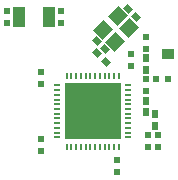
<source format=gtp>
G04 Layer_Color=8421504*
%FSLAX24Y24*%
%MOIN*%
G70*
G01*
G75*
%ADD10R,0.0400X0.0370*%
G04:AMPARAMS|DCode=11|XSize=47.2mil|YSize=43.3mil|CornerRadius=0mil|HoleSize=0mil|Usage=FLASHONLY|Rotation=225.000|XOffset=0mil|YOffset=0mil|HoleType=Round|Shape=Rectangle|*
%AMROTATEDRECTD11*
4,1,4,0.0014,0.0320,0.0320,0.0014,-0.0014,-0.0320,-0.0320,-0.0014,0.0014,0.0320,0.0*
%
%ADD11ROTATEDRECTD11*%

%ADD12O,0.0256X0.0079*%
%ADD13O,0.0079X0.0256*%
%ADD14R,0.1850X0.1850*%
%ADD15R,0.0217X0.0236*%
G04:AMPARAMS|DCode=16|XSize=19.7mil|YSize=23.6mil|CornerRadius=0mil|HoleSize=0mil|Usage=FLASHONLY|Rotation=45.000|XOffset=0mil|YOffset=0mil|HoleType=Round|Shape=Rectangle|*
%AMROTATEDRECTD16*
4,1,4,0.0014,-0.0153,-0.0153,0.0014,-0.0014,0.0153,0.0153,-0.0014,0.0014,-0.0153,0.0*
%
%ADD16ROTATEDRECTD16*%

%ADD17R,0.0197X0.0236*%
%ADD18R,0.0236X0.0197*%
%ADD19R,0.0197X0.0256*%
%ADD20R,0.0394X0.0709*%
D10*
X2510Y1924D02*
D03*
D11*
X1221Y2782D02*
D03*
X832Y3171D02*
D03*
X748Y2308D02*
D03*
X358Y2698D02*
D03*
D12*
X-1191Y866D02*
D03*
Y709D02*
D03*
Y551D02*
D03*
Y394D02*
D03*
Y236D02*
D03*
Y79D02*
D03*
Y-79D02*
D03*
Y-236D02*
D03*
Y-394D02*
D03*
Y-551D02*
D03*
Y-709D02*
D03*
Y-866D02*
D03*
X1191D02*
D03*
Y-709D02*
D03*
Y-551D02*
D03*
Y-394D02*
D03*
Y-236D02*
D03*
Y-79D02*
D03*
Y79D02*
D03*
Y236D02*
D03*
Y394D02*
D03*
Y551D02*
D03*
Y709D02*
D03*
Y866D02*
D03*
D13*
X-866Y-1191D02*
D03*
X-709D02*
D03*
X-551D02*
D03*
X-394D02*
D03*
X-236D02*
D03*
X-79D02*
D03*
X79D02*
D03*
X236D02*
D03*
X394D02*
D03*
X551D02*
D03*
X709D02*
D03*
X866D02*
D03*
Y1191D02*
D03*
X709D02*
D03*
X551D02*
D03*
X394D02*
D03*
X236D02*
D03*
X79D02*
D03*
X-79D02*
D03*
X-236D02*
D03*
X-394D02*
D03*
X-551D02*
D03*
X-709D02*
D03*
X-866D02*
D03*
D14*
X0Y0D02*
D03*
D15*
X800Y-2027D02*
D03*
Y-1633D02*
D03*
D16*
X1181Y3409D02*
D03*
X1459Y3131D02*
D03*
X409Y2081D02*
D03*
X131Y2359D02*
D03*
X429Y1661D02*
D03*
X151Y1939D02*
D03*
D17*
X2170Y-803D02*
D03*
Y-1197D02*
D03*
X1790Y673D02*
D03*
Y1067D02*
D03*
Y2093D02*
D03*
Y2487D02*
D03*
X-1720Y921D02*
D03*
Y1315D02*
D03*
X1290Y1523D02*
D03*
Y1917D02*
D03*
X1840Y-803D02*
D03*
Y-1197D02*
D03*
X-1720Y-923D02*
D03*
Y-1317D02*
D03*
X-1050Y3337D02*
D03*
Y2943D02*
D03*
X-2850Y3337D02*
D03*
Y2943D02*
D03*
D18*
X2103Y1090D02*
D03*
X2497D02*
D03*
D19*
X1790Y347D02*
D03*
Y-27D02*
D03*
X2070Y-103D02*
D03*
Y-477D02*
D03*
X1790Y1767D02*
D03*
Y1393D02*
D03*
D20*
X-1458Y3140D02*
D03*
X-2442D02*
D03*
M02*

</source>
